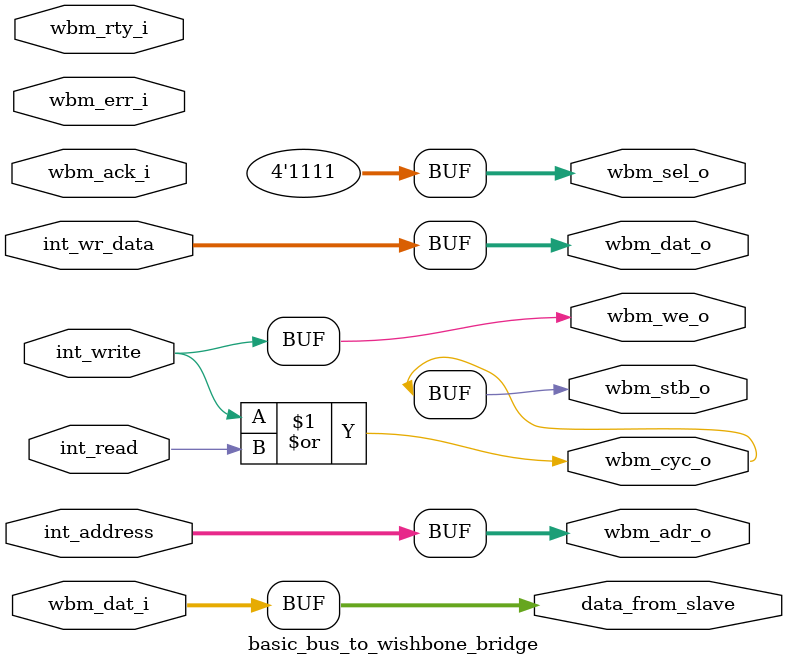
<source format=v>
`default_nettype none

module basic_bus_to_wishbone_bridge 
(
int_address, 
int_wr_data, 
int_write,
int_read, 
data_from_slave,

wbm_adr_o, 
wbm_dat_i, 
wbm_dat_o, 
wbm_sel_o, 
wbm_cyc_o,
wbm_stb_o, 
wbm_we_o, 
wbm_ack_i, 
wbm_rty_i, 
wbm_err_i
);

  parameter ADDRESS_WIDTH_IN_BITS = 32 ;
  parameter DATA_WIDTH_IN_BITS = 32;
  parameter SEL_WIDTH_IN_BITS = DATA_WIDTH_IN_BITS/8;

	
  input	[ADDRESS_WIDTH_IN_BITS-1:0]	int_address;	// address bus to register file 
  input	[DATA_WIDTH_IN_BITS-1:0]	int_wr_data;	// write data to register file 
  input			int_write;		// write control to register file 
  input			int_read;		// read control to register file 
  output	[DATA_WIDTH_IN_BITS-1:0]	data_from_slave;	// data read from register file 
	
	
   // WISHBONE master interface
   output [ADDRESS_WIDTH_IN_BITS-1:0]  wbm_adr_o;
   input  [DATA_WIDTH_IN_BITS-1:0]   wbm_dat_i;
   output [DATA_WIDTH_IN_BITS-1:0]   wbm_dat_o;
   output [SEL_WIDTH_IN_BITS-1:0]        wbm_sel_o;
   output         wbm_cyc_o;
   output         wbm_stb_o;
   output         wbm_we_o;
   input          wbm_ack_i;
   input          wbm_rty_i;
   input          wbm_err_i;

   
   assign wbm_adr_o = int_address;
   assign wbm_we_o  = int_write;
   assign wbm_stb_o = int_write | int_read;
   assign wbm_cyc_o = wbm_stb_o;
   assign data_from_slave = wbm_dat_i;

   assign wbm_dat_o = int_wr_data;

   assign wbm_sel_o = (2**SEL_WIDTH_IN_BITS)-1;
   
endmodule
`default_nettype wire

</source>
